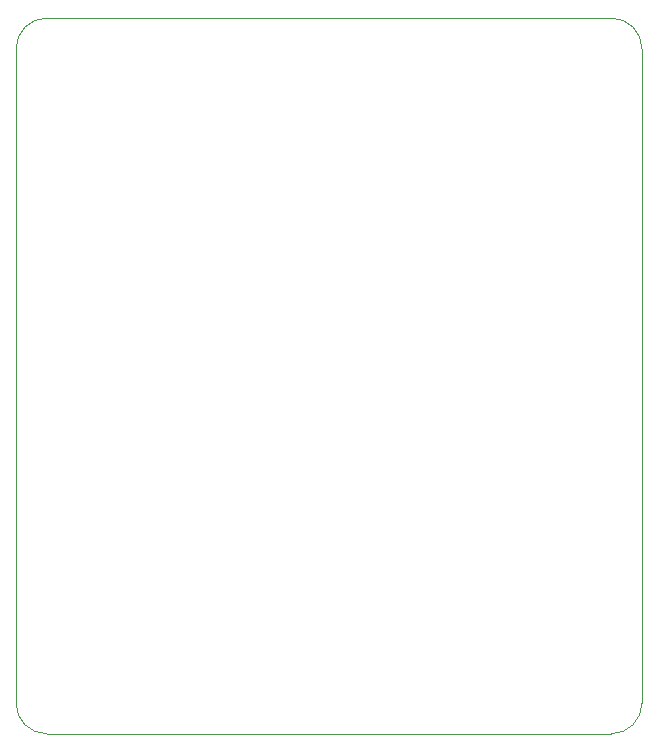
<source format=gbr>
%TF.GenerationSoftware,KiCad,Pcbnew,(5.1.10)-1*%
%TF.CreationDate,2021-09-19T12:36:10+02:00*%
%TF.ProjectId,stm32f446re_carrier_board,73746d33-3266-4343-9436-72655f636172,rev?*%
%TF.SameCoordinates,Original*%
%TF.FileFunction,Profile,NP*%
%FSLAX46Y46*%
G04 Gerber Fmt 4.6, Leading zero omitted, Abs format (unit mm)*
G04 Created by KiCad (PCBNEW (5.1.10)-1) date 2021-09-19 12:36:10*
%MOMM*%
%LPD*%
G01*
G04 APERTURE LIST*
%TA.AperFunction,Profile*%
%ADD10C,0.050000*%
%TD*%
G04 APERTURE END LIST*
D10*
X114200000Y-62200000D02*
X162000000Y-62200000D01*
X111600000Y-64800000D02*
X111600000Y-120200000D01*
X111600000Y-64800000D02*
G75*
G02*
X114200000Y-62200000I2600000J0D01*
G01*
X162000000Y-62200000D02*
G75*
G02*
X164600000Y-64800000I0J-2600000D01*
G01*
X164600000Y-120200000D02*
X164600000Y-64800000D01*
X114200000Y-122800000D02*
G75*
G02*
X111600000Y-120200000I0J2600000D01*
G01*
X164600000Y-120200000D02*
G75*
G02*
X162000000Y-122800000I-2600000J0D01*
G01*
X162004500Y-122800000D02*
X114201500Y-122800000D01*
M02*

</source>
